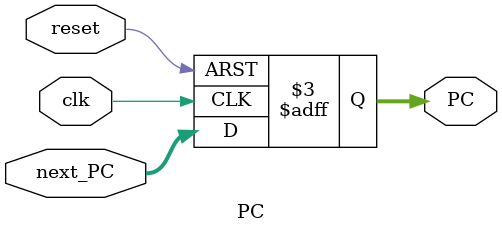
<source format=v>
module PC (
    input clk,
    input reset,
    input [31:0] next_PC,
    output reg [31:0] PC
);
    initial begin
        PC = 32'b0;
    end

    always @(posedge clk or posedge reset) begin
        if (reset) begin
            PC <= 32'b0;
        end else begin
            PC <= next_PC;
        end
    end
endmodule

</source>
